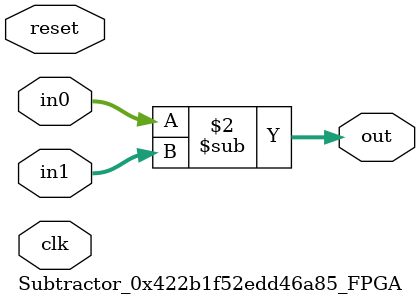
<source format=v>


module Subtractor_0x422b1f52edd46a85_FPGA
(
  input wire [0:0] clk,
  input wire [15:0] in0,
  input wire [15:0] in1,
  output reg [15:0] out,
  input wire [0:0] reset
);


  always @(*) begin
    out = in0 - in1;
  end


endmodule


</source>
